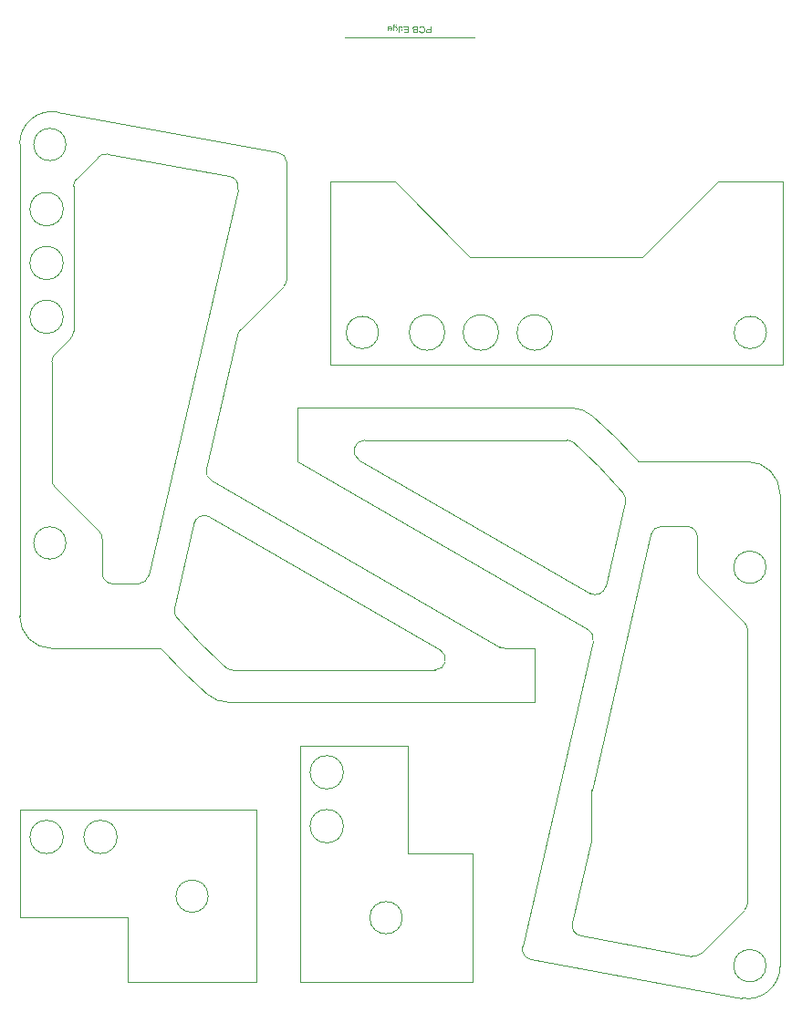
<source format=gm1>
G04*
G04 #@! TF.GenerationSoftware,Altium Limited,Altium Designer,18.1.7 (191)*
G04*
G04 Layer_Color=16711935*
%FSLAX43Y43*%
%MOMM*%
G71*
G01*
G75*
%ADD44C,0.100*%
%ADD45C,0.013*%
%ADD46C,0.010*%
G36*
X38332Y94763D02*
X38678D01*
Y94764D01*
Y94766D01*
X38678Y94770D01*
X38677Y94775D01*
X38676Y94782D01*
X38675Y94789D01*
X38674Y94797D01*
X38671Y94807D01*
X38666Y94825D01*
X38658Y94845D01*
X38653Y94854D01*
X38649Y94864D01*
X38642Y94872D01*
X38635Y94881D01*
X38635Y94881D01*
X38633Y94882D01*
X38631Y94884D01*
X38628Y94887D01*
X38624Y94890D01*
X38620Y94893D01*
X38615Y94897D01*
X38608Y94901D01*
X38595Y94908D01*
X38578Y94915D01*
X38569Y94917D01*
X38559Y94919D01*
X38549Y94920D01*
X38538Y94921D01*
X38534D01*
X38531Y94920D01*
X38523Y94920D01*
X38513Y94918D01*
X38502Y94915D01*
X38489Y94911D01*
X38477Y94906D01*
X38465Y94899D01*
X38464D01*
X38463Y94897D01*
X38460Y94895D01*
X38454Y94889D01*
X38447Y94881D01*
X38440Y94871D01*
X38432Y94858D01*
X38423Y94843D01*
X38416Y94825D01*
X38334Y94836D01*
Y94836D01*
X38335Y94839D01*
X38337Y94843D01*
X38339Y94847D01*
X38341Y94854D01*
X38343Y94861D01*
X38347Y94868D01*
X38350Y94877D01*
X38360Y94894D01*
X38373Y94913D01*
X38380Y94922D01*
X38388Y94931D01*
X38396Y94939D01*
X38406Y94947D01*
X38407Y94947D01*
X38408Y94948D01*
X38411Y94950D01*
X38415Y94953D01*
X38420Y94956D01*
X38427Y94959D01*
X38434Y94963D01*
X38442Y94966D01*
X38451Y94969D01*
X38461Y94973D01*
X38472Y94976D01*
X38484Y94979D01*
X38496Y94982D01*
X38509Y94984D01*
X38524Y94985D01*
X38538Y94985D01*
X38542D01*
X38548Y94985D01*
X38555D01*
X38564Y94983D01*
X38574Y94982D01*
X38585Y94980D01*
X38597Y94978D01*
X38609Y94974D01*
X38622Y94970D01*
X38636Y94965D01*
X38649Y94959D01*
X38663Y94952D01*
X38676Y94944D01*
X38688Y94934D01*
X38700Y94923D01*
X38701Y94922D01*
X38703Y94920D01*
X38705Y94917D01*
X38709Y94911D01*
X38714Y94905D01*
X38719Y94897D01*
X38724Y94888D01*
X38729Y94878D01*
X38735Y94866D01*
X38740Y94853D01*
X38745Y94838D01*
X38750Y94822D01*
X38753Y94806D01*
X38756Y94788D01*
X38758Y94768D01*
X38759Y94748D01*
Y94746D01*
Y94743D01*
X38758Y94736D01*
Y94728D01*
X38757Y94718D01*
X38755Y94707D01*
X38754Y94694D01*
X38751Y94681D01*
X38748Y94666D01*
X38744Y94652D01*
X38739Y94637D01*
X38734Y94621D01*
X38727Y94607D01*
X38719Y94592D01*
X38710Y94578D01*
X38699Y94566D01*
X38699Y94565D01*
X38696Y94563D01*
X38693Y94560D01*
X38688Y94555D01*
X38683Y94551D01*
X38675Y94545D01*
X38667Y94540D01*
X38657Y94533D01*
X38647Y94527D01*
X38635Y94521D01*
X38622Y94516D01*
X38608Y94511D01*
X38592Y94507D01*
X38577Y94503D01*
X38560Y94501D01*
X38542Y94501D01*
X38538D01*
X38533Y94501D01*
X38527D01*
X38519Y94503D01*
X38510Y94504D01*
X38500Y94506D01*
X38488Y94508D01*
X38477Y94512D01*
X38465Y94516D01*
X38452Y94521D01*
X38439Y94528D01*
X38427Y94535D01*
X38414Y94544D01*
X38402Y94553D01*
X38391Y94564D01*
X38390Y94565D01*
X38388Y94567D01*
X38385Y94571D01*
X38382Y94576D01*
X38377Y94583D01*
X38372Y94590D01*
X38366Y94600D01*
X38361Y94610D01*
X38356Y94622D01*
X38350Y94635D01*
X38346Y94650D01*
X38341Y94666D01*
X38337Y94683D01*
X38334Y94702D01*
X38332Y94721D01*
X38332Y94742D01*
Y94743D01*
Y94747D01*
Y94754D01*
X38332Y94763D01*
D02*
G37*
G36*
X38852Y94938D02*
X38853Y94949D01*
X38854Y94960D01*
X38855Y94972D01*
X38857Y94996D01*
X38861Y95022D01*
X38864Y95034D01*
X38866Y95046D01*
X38870Y95056D01*
X38874Y95065D01*
Y95066D01*
X38875Y95067D01*
X38876Y95069D01*
X38878Y95073D01*
X38884Y95081D01*
X38891Y95091D01*
X38901Y95103D01*
X38913Y95114D01*
X38927Y95126D01*
X38944Y95137D01*
X38945D01*
X38946Y95138D01*
X38949Y95139D01*
X38952Y95141D01*
X38957Y95143D01*
X38963Y95145D01*
X38969Y95147D01*
X38977Y95150D01*
X38985Y95153D01*
X38994Y95155D01*
X39003Y95157D01*
X39013Y95159D01*
X39036Y95162D01*
X39061Y95163D01*
X39069D01*
X39075Y95162D01*
X39082Y95162D01*
X39090Y95161D01*
X39099Y95159D01*
X39109Y95158D01*
X39131Y95154D01*
X39153Y95147D01*
X39164Y95143D01*
X39175Y95138D01*
X39186Y95132D01*
X39196Y95125D01*
X39196Y95125D01*
X39198Y95123D01*
X39201Y95121D01*
X39203Y95119D01*
X39207Y95114D01*
X39212Y95110D01*
X39216Y95104D01*
X39221Y95097D01*
X39226Y95090D01*
X39230Y95082D01*
X39234Y95072D01*
X39237Y95062D01*
X39241Y95051D01*
X39243Y95039D01*
X39244Y95027D01*
Y95013D01*
X39168Y95024D01*
Y95024D01*
Y95025D01*
X39167Y95029D01*
X39165Y95035D01*
X39163Y95043D01*
X39160Y95052D01*
X39155Y95060D01*
X39149Y95069D01*
X39142Y95076D01*
X39140Y95076D01*
X39136Y95079D01*
X39130Y95082D01*
X39121Y95087D01*
X39109Y95091D01*
X39096Y95094D01*
X39080Y95097D01*
X39062Y95098D01*
X39056D01*
X39053Y95097D01*
X39048D01*
X39043Y95096D01*
X39031Y95095D01*
X39017Y95092D01*
X39004Y95088D01*
X38990Y95083D01*
X38978Y95076D01*
X38977D01*
X38977Y95075D01*
X38973Y95071D01*
X38968Y95067D01*
X38961Y95060D01*
X38955Y95051D01*
X38948Y95041D01*
X38942Y95028D01*
X38937Y95015D01*
Y95013D01*
X38936Y95012D01*
Y95010D01*
X38936Y95007D01*
X38935Y95003D01*
Y94999D01*
X38934Y94993D01*
X38934Y94987D01*
X38933Y94980D01*
Y94972D01*
X38932Y94963D01*
Y94952D01*
X38931Y94941D01*
Y94929D01*
Y94915D01*
X38932Y94915D01*
X38934Y94917D01*
X38937Y94920D01*
X38941Y94924D01*
X38946Y94929D01*
X38952Y94933D01*
X38959Y94939D01*
X38967Y94944D01*
X38976Y94951D01*
X38986Y94956D01*
X38996Y94961D01*
X39008Y94965D01*
X39020Y94969D01*
X39032Y94972D01*
X39046Y94974D01*
X39060Y94975D01*
X39064D01*
X39069Y94974D01*
X39076Y94974D01*
X39083Y94973D01*
X39093Y94972D01*
X39103Y94969D01*
X39114Y94967D01*
X39126Y94963D01*
X39138Y94958D01*
X39151Y94953D01*
X39162Y94946D01*
X39175Y94938D01*
X39187Y94929D01*
X39198Y94918D01*
X39208Y94906D01*
X39209Y94906D01*
X39210Y94903D01*
X39213Y94899D01*
X39216Y94894D01*
X39220Y94888D01*
X39225Y94879D01*
X39229Y94870D01*
X39234Y94860D01*
X39239Y94848D01*
X39244Y94836D01*
X39248Y94822D01*
X39252Y94807D01*
X39255Y94792D01*
X39258Y94775D01*
X39259Y94759D01*
X39260Y94741D01*
Y94740D01*
Y94738D01*
Y94734D01*
X39259Y94730D01*
Y94723D01*
X39259Y94717D01*
X39258Y94709D01*
X39257Y94700D01*
X39255Y94682D01*
X39250Y94662D01*
X39244Y94640D01*
X39237Y94619D01*
Y94618D01*
X39235Y94616D01*
X39234Y94613D01*
X39232Y94610D01*
X39230Y94605D01*
X39226Y94599D01*
X39219Y94587D01*
X39209Y94573D01*
X39197Y94558D01*
X39183Y94544D01*
X39167Y94532D01*
X39166Y94531D01*
X39164Y94531D01*
X39162Y94529D01*
X39158Y94527D01*
X39154Y94525D01*
X39149Y94522D01*
X39143Y94519D01*
X39136Y94516D01*
X39128Y94513D01*
X39120Y94510D01*
X39102Y94506D01*
X39082Y94502D01*
X39071Y94501D01*
X39056D01*
X39051Y94501D01*
X39046D01*
X39039Y94503D01*
X39031Y94504D01*
X39022Y94506D01*
X39012Y94509D01*
X39002Y94512D01*
X38990Y94517D01*
X38979Y94522D01*
X38968Y94529D01*
X38956Y94537D01*
X38945Y94546D01*
X38934Y94556D01*
X38924Y94568D01*
Y94511D01*
X38852D01*
Y94912D01*
Y94913D01*
Y94917D01*
Y94922D01*
Y94929D01*
X38852Y94938D01*
D02*
G37*
G36*
X39427Y94975D02*
Y94917D01*
X39427Y94917D01*
X39429Y94920D01*
X39431Y94923D01*
X39435Y94927D01*
X39440Y94933D01*
X39445Y94938D01*
X39452Y94944D01*
X39459Y94951D01*
X39468Y94958D01*
X39478Y94964D01*
X39488Y94969D01*
X39500Y94974D01*
X39513Y94979D01*
X39526Y94983D01*
X39541Y94985D01*
X39557Y94985D01*
X39563D01*
X39567Y94985D01*
X39572D01*
X39577Y94984D01*
X39583Y94983D01*
X39590Y94981D01*
X39606Y94978D01*
X39624Y94972D01*
X39641Y94965D01*
X39650Y94960D01*
X39659Y94955D01*
X39660Y94954D01*
X39661Y94953D01*
X39663Y94951D01*
X39667Y94949D01*
X39671Y94946D01*
X39675Y94942D01*
X39685Y94933D01*
X39697Y94921D01*
X39709Y94906D01*
X39721Y94889D01*
X39731Y94870D01*
Y94869D01*
X39732Y94867D01*
X39733Y94864D01*
X39735Y94860D01*
X39737Y94855D01*
X39739Y94849D01*
X39741Y94841D01*
X39743Y94834D01*
X39746Y94825D01*
X39748Y94815D01*
X39750Y94804D01*
X39752Y94793D01*
X39755Y94770D01*
X39756Y94744D01*
Y94743D01*
Y94741D01*
Y94737D01*
X39755Y94732D01*
Y94726D01*
X39755Y94719D01*
X39754Y94711D01*
X39753Y94702D01*
X39750Y94682D01*
X39746Y94662D01*
X39741Y94639D01*
X39733Y94618D01*
Y94617D01*
X39732Y94615D01*
X39730Y94612D01*
X39729Y94608D01*
X39726Y94604D01*
X39723Y94598D01*
X39716Y94586D01*
X39706Y94571D01*
X39694Y94558D01*
X39680Y94544D01*
X39664Y94531D01*
X39663Y94531D01*
X39662Y94530D01*
X39659Y94528D01*
X39655Y94526D01*
X39651Y94524D01*
X39646Y94521D01*
X39640Y94519D01*
X39633Y94516D01*
X39618Y94510D01*
X39601Y94506D01*
X39581Y94502D01*
X39571Y94501D01*
X39554D01*
X39545Y94501D01*
X39535Y94503D01*
X39524Y94505D01*
X39511Y94508D01*
X39498Y94512D01*
X39486Y94519D01*
X39485D01*
X39484Y94519D01*
X39480Y94522D01*
X39474Y94526D01*
X39467Y94531D01*
X39458Y94538D01*
X39449Y94546D01*
X39440Y94555D01*
X39432Y94565D01*
Y94335D01*
X39354D01*
Y94975D01*
X39427D01*
D02*
G37*
G36*
X40311D02*
Y94335D01*
X39848D01*
Y94411D01*
X40227D01*
Y94606D01*
X39872D01*
Y94682D01*
X40227D01*
Y94899D01*
X39834D01*
Y94975D01*
X40311D01*
D02*
G37*
G36*
X40679Y94802D02*
Y94806D01*
X40680Y94817D01*
X40683Y94830D01*
X40687Y94844D01*
X40691Y94859D01*
X40698Y94874D01*
Y94874D01*
X40698Y94875D01*
X40700Y94877D01*
X40701Y94880D01*
X40705Y94887D01*
X40711Y94895D01*
X40717Y94905D01*
X40725Y94915D01*
X40734Y94924D01*
X40745Y94933D01*
X40746Y94934D01*
X40750Y94937D01*
X40756Y94940D01*
X40764Y94945D01*
X40774Y94950D01*
X40786Y94956D01*
X40800Y94960D01*
X40815Y94965D01*
X40816D01*
X40817Y94965D01*
X40819D01*
X40822Y94966D01*
X40827Y94967D01*
X40831Y94968D01*
X40837Y94969D01*
X40843Y94969D01*
X40850Y94971D01*
X40859Y94972D01*
X40876Y94974D01*
X40896Y94974D01*
X40918Y94975D01*
X41162D01*
Y94335D01*
X40910D01*
X40904Y94336D01*
X40896D01*
X40888Y94336D01*
X40879Y94338D01*
X40861Y94340D01*
X40841Y94343D01*
X40822Y94348D01*
X40804Y94355D01*
X40804D01*
X40802Y94356D01*
X40800Y94357D01*
X40797Y94359D01*
X40789Y94363D01*
X40779Y94370D01*
X40768Y94378D01*
X40757Y94388D01*
X40745Y94401D01*
X40735Y94415D01*
Y94415D01*
X40734Y94417D01*
X40733Y94419D01*
X40731Y94422D01*
X40729Y94425D01*
X40727Y94430D01*
X40722Y94440D01*
X40718Y94453D01*
X40714Y94467D01*
X40711Y94483D01*
X40709Y94499D01*
Y94500D01*
Y94501D01*
Y94503D01*
Y94506D01*
X40711Y94514D01*
X40712Y94524D01*
X40715Y94536D01*
X40719Y94549D01*
X40725Y94562D01*
X40732Y94576D01*
Y94577D01*
X40733Y94578D01*
X40734Y94580D01*
X40736Y94583D01*
X40741Y94589D01*
X40749Y94597D01*
X40758Y94606D01*
X40770Y94616D01*
X40783Y94626D01*
X40799Y94635D01*
X40798D01*
X40796Y94635D01*
X40793Y94637D01*
X40789Y94638D01*
X40784Y94640D01*
X40779Y94642D01*
X40766Y94648D01*
X40752Y94656D01*
X40737Y94666D01*
X40723Y94678D01*
X40710Y94693D01*
X40709Y94693D01*
X40709Y94695D01*
X40707Y94697D01*
X40705Y94700D01*
X40702Y94704D01*
X40700Y94709D01*
X40697Y94714D01*
X40694Y94721D01*
X40689Y94734D01*
X40683Y94751D01*
X40680Y94770D01*
X40678Y94779D01*
Y94790D01*
Y94791D01*
Y94792D01*
Y94794D01*
Y94797D01*
X40679Y94802D01*
D02*
G37*
G36*
X41263Y94777D02*
X41265Y94782D01*
X41268Y94789D01*
X41270Y94797D01*
X41275Y94808D01*
X41279Y94819D01*
X41284Y94831D01*
X41291Y94844D01*
X41297Y94856D01*
X41305Y94870D01*
X41314Y94883D01*
X41324Y94896D01*
X41334Y94908D01*
X41346Y94920D01*
X41358Y94931D01*
X41359Y94932D01*
X41362Y94933D01*
X41365Y94936D01*
X41371Y94940D01*
X41377Y94944D01*
X41386Y94949D01*
X41395Y94953D01*
X41406Y94958D01*
X41417Y94963D01*
X41430Y94968D01*
X41444Y94973D01*
X41459Y94977D01*
X41475Y94981D01*
X41492Y94983D01*
X41509Y94985D01*
X41528Y94985D01*
X41537D01*
X41545Y94985D01*
X41553Y94984D01*
X41564Y94983D01*
X41575Y94982D01*
X41587Y94980D01*
X41600Y94978D01*
X41614Y94975D01*
X41628Y94972D01*
X41642Y94968D01*
X41657Y94963D01*
X41671Y94958D01*
X41684Y94951D01*
X41696Y94944D01*
X41697Y94943D01*
X41699Y94942D01*
X41702Y94940D01*
X41707Y94936D01*
X41712Y94931D01*
X41718Y94926D01*
X41725Y94920D01*
X41733Y94913D01*
X41741Y94904D01*
X41749Y94895D01*
X41757Y94886D01*
X41765Y94874D01*
X41773Y94863D01*
X41781Y94850D01*
X41788Y94836D01*
X41795Y94822D01*
X41795Y94821D01*
X41796Y94818D01*
X41797Y94813D01*
X41799Y94808D01*
X41802Y94800D01*
X41805Y94792D01*
X41808Y94782D01*
X41811Y94770D01*
X41814Y94758D01*
X41818Y94745D01*
X41820Y94731D01*
X41822Y94716D01*
X41827Y94684D01*
X41827Y94667D01*
X41828Y94650D01*
Y94649D01*
Y94646D01*
Y94641D01*
X41827Y94634D01*
X41827Y94625D01*
X41826Y94614D01*
X41824Y94603D01*
X41823Y94591D01*
X41821Y94578D01*
X41819Y94564D01*
X41812Y94534D01*
X41807Y94519D01*
X41802Y94505D01*
X41797Y94490D01*
X41790Y94476D01*
X41789Y94475D01*
X41788Y94472D01*
X41786Y94469D01*
X41783Y94463D01*
X41779Y94457D01*
X41774Y94450D01*
X41768Y94442D01*
X41762Y94433D01*
X41754Y94425D01*
X41747Y94415D01*
X41738Y94406D01*
X41728Y94397D01*
X41718Y94388D01*
X41707Y94379D01*
X41694Y94370D01*
X41682Y94363D01*
X41681Y94362D01*
X41678Y94361D01*
X41675Y94359D01*
X41669Y94356D01*
X41663Y94354D01*
X41655Y94350D01*
X41646Y94347D01*
X41636Y94343D01*
X41625Y94340D01*
X41612Y94336D01*
X41600Y94333D01*
X41586Y94330D01*
X41557Y94325D01*
X41542Y94325D01*
X41526Y94324D01*
X41517D01*
X41510Y94325D01*
X41502Y94325D01*
X41492Y94327D01*
X41482Y94328D01*
X41470Y94330D01*
X41458Y94333D01*
X41444Y94336D01*
X41431Y94340D01*
X41417Y94345D01*
X41404Y94350D01*
X41390Y94357D01*
X41377Y94364D01*
X41365Y94373D01*
X41364Y94374D01*
X41362Y94375D01*
X41358Y94378D01*
X41354Y94382D01*
X41349Y94387D01*
X41343Y94393D01*
X41336Y94400D01*
X41329Y94408D01*
X41321Y94417D01*
X41313Y94428D01*
X41306Y94439D01*
X41299Y94451D01*
X41291Y94465D01*
X41285Y94479D01*
X41279Y94494D01*
X41273Y94510D01*
X41356Y94530D01*
Y94529D01*
X41358Y94527D01*
X41358Y94523D01*
X41361Y94518D01*
X41363Y94512D01*
X41366Y94506D01*
X41373Y94491D01*
X41382Y94474D01*
X41394Y94457D01*
X41406Y94441D01*
X41414Y94434D01*
X41422Y94428D01*
X41422Y94427D01*
X41424Y94426D01*
X41426Y94425D01*
X41429Y94423D01*
X41433Y94420D01*
X41438Y94417D01*
X41444Y94415D01*
X41451Y94412D01*
X41458Y94409D01*
X41466Y94406D01*
X41484Y94401D01*
X41505Y94397D01*
X41516Y94396D01*
X41535D01*
X41540Y94397D01*
X41546Y94397D01*
X41554Y94398D01*
X41562Y94399D01*
X41571Y94400D01*
X41591Y94405D01*
X41612Y94411D01*
X41622Y94415D01*
X41632Y94420D01*
X41642Y94426D01*
X41652Y94432D01*
X41652Y94433D01*
X41654Y94433D01*
X41657Y94436D01*
X41660Y94438D01*
X41664Y94442D01*
X41668Y94447D01*
X41673Y94451D01*
X41679Y94457D01*
X41684Y94464D01*
X41691Y94471D01*
X41702Y94487D01*
X41712Y94506D01*
X41721Y94527D01*
Y94528D01*
X41722Y94530D01*
X41723Y94533D01*
X41724Y94537D01*
X41725Y94543D01*
X41727Y94549D01*
X41729Y94557D01*
X41731Y94564D01*
X41733Y94574D01*
X41734Y94583D01*
X41738Y94604D01*
X41740Y94626D01*
X41741Y94650D01*
Y94650D01*
Y94653D01*
Y94657D01*
X41740Y94664D01*
Y94671D01*
X41739Y94679D01*
X41738Y94688D01*
X41738Y94698D01*
X41736Y94709D01*
X41735Y94721D01*
X41731Y94745D01*
X41725Y94769D01*
X41717Y94793D01*
Y94793D01*
X41716Y94795D01*
X41714Y94798D01*
X41713Y94802D01*
X41710Y94808D01*
X41707Y94813D01*
X41699Y94827D01*
X41689Y94842D01*
X41676Y94856D01*
X41661Y94871D01*
X41652Y94877D01*
X41643Y94883D01*
X41643D01*
X41641Y94885D01*
X41639Y94886D01*
X41634Y94888D01*
X41630Y94890D01*
X41624Y94893D01*
X41618Y94895D01*
X41611Y94898D01*
X41595Y94904D01*
X41576Y94908D01*
X41556Y94912D01*
X41546Y94913D01*
X41535Y94913D01*
X41528D01*
X41523Y94913D01*
X41517Y94912D01*
X41510Y94911D01*
X41501Y94910D01*
X41493Y94908D01*
X41474Y94904D01*
X41464Y94900D01*
X41453Y94896D01*
X41443Y94891D01*
X41433Y94886D01*
X41424Y94879D01*
X41414Y94872D01*
X41413Y94872D01*
X41412Y94870D01*
X41409Y94868D01*
X41406Y94865D01*
X41402Y94861D01*
X41397Y94855D01*
X41392Y94849D01*
X41387Y94842D01*
X41381Y94834D01*
X41376Y94825D01*
X41370Y94815D01*
X41365Y94804D01*
X41360Y94792D01*
X41355Y94779D01*
X41350Y94765D01*
X41347Y94750D01*
X41262Y94772D01*
Y94773D01*
X41263Y94777D01*
D02*
G37*
G36*
X41912Y94535D02*
X41913Y94542D01*
X41914Y94549D01*
X41915Y94558D01*
X41917Y94569D01*
X41920Y94579D01*
X41924Y94590D01*
X41928Y94601D01*
X41933Y94613D01*
X41939Y94625D01*
X41946Y94637D01*
X41954Y94648D01*
X41963Y94659D01*
X41964Y94659D01*
X41966Y94661D01*
X41969Y94664D01*
X41974Y94668D01*
X41979Y94672D01*
X41987Y94677D01*
X41996Y94682D01*
X42006Y94687D01*
X42019Y94692D01*
X42032Y94697D01*
X42048Y94702D01*
X42064Y94706D01*
X42084Y94709D01*
X42105Y94712D01*
X42127Y94714D01*
X42152Y94715D01*
X42315D01*
Y94975D01*
X42400D01*
Y94335D01*
X42136D01*
X42123Y94336D01*
X42107Y94336D01*
X42091Y94338D01*
X42075Y94339D01*
X42068Y94340D01*
X42062Y94341D01*
X42061D01*
X42060Y94342D01*
X42057D01*
X42054Y94343D01*
X42050Y94344D01*
X42045Y94345D01*
X42034Y94348D01*
X42021Y94352D01*
X42008Y94358D01*
X41995Y94364D01*
X41983Y94372D01*
X41982D01*
X41981Y94372D01*
X41977Y94376D01*
X41971Y94381D01*
X41964Y94388D01*
X41956Y94396D01*
X41947Y94407D01*
X41939Y94419D01*
X41931Y94433D01*
Y94434D01*
X41931Y94436D01*
X41929Y94438D01*
X41928Y94440D01*
X41926Y94444D01*
X41925Y94449D01*
X41921Y94459D01*
X41917Y94472D01*
X41914Y94487D01*
X41912Y94503D01*
X41911Y94521D01*
Y94521D01*
Y94524D01*
Y94528D01*
X41912Y94535D01*
D02*
G37*
%LPC*%
G36*
X38415Y94698D02*
Y94698D01*
Y94696D01*
X38416Y94693D01*
X38416Y94689D01*
X38417Y94684D01*
X38418Y94678D01*
X38420Y94666D01*
X38425Y94651D01*
X38429Y94637D01*
X38436Y94623D01*
X38445Y94611D01*
X38445Y94610D01*
X38446Y94609D01*
X38449Y94607D01*
X38452Y94604D01*
X38455Y94601D01*
X38460Y94596D01*
X38466Y94592D01*
X38471Y94588D01*
X38478Y94584D01*
X38486Y94580D01*
X38502Y94572D01*
X38511Y94569D01*
X38521Y94567D01*
X38531Y94566D01*
X38542Y94565D01*
X38548D01*
X38552Y94566D01*
X38556Y94567D01*
X38561Y94567D01*
X38574Y94570D01*
X38588Y94574D01*
X38604Y94580D01*
X38612Y94585D01*
X38619Y94589D01*
X38627Y94596D01*
X38634Y94602D01*
X38635Y94603D01*
X38635Y94603D01*
X38637Y94605D01*
X38640Y94608D01*
X38642Y94612D01*
X38646Y94617D01*
X38649Y94621D01*
X38653Y94628D01*
X38656Y94634D01*
X38660Y94641D01*
X38667Y94658D01*
X38671Y94677D01*
X38673Y94687D01*
X38674Y94698D01*
X38415D01*
D02*
G37*
G36*
X38925Y94738D02*
Y94737D01*
Y94734D01*
Y94730D01*
X38926Y94724D01*
X38927Y94717D01*
X38927Y94709D01*
X38929Y94700D01*
X38930Y94690D01*
X38934Y94669D01*
X38941Y94648D01*
X38945Y94637D01*
X38951Y94628D01*
X38956Y94618D01*
X38963Y94610D01*
X38964Y94609D01*
X38965Y94607D01*
X38967Y94605D01*
X38970Y94603D01*
X38974Y94599D01*
X38978Y94596D01*
X38989Y94587D01*
X39002Y94580D01*
X39017Y94573D01*
X39026Y94570D01*
X39035Y94568D01*
X39045Y94567D01*
X39054Y94566D01*
X39059D01*
X39063Y94567D01*
X39067Y94567D01*
X39073Y94568D01*
X39085Y94571D01*
X39099Y94576D01*
X39107Y94580D01*
X39114Y94584D01*
X39121Y94589D01*
X39129Y94595D01*
X39137Y94601D01*
X39144Y94609D01*
X39144Y94610D01*
X39145Y94611D01*
X39147Y94613D01*
X39149Y94617D01*
X39152Y94621D01*
X39155Y94627D01*
X39158Y94633D01*
X39162Y94641D01*
X39165Y94649D01*
X39169Y94658D01*
X39171Y94669D01*
X39174Y94680D01*
X39176Y94692D01*
X39178Y94705D01*
X39179Y94720D01*
X39180Y94735D01*
Y94736D01*
Y94739D01*
Y94744D01*
X39179Y94750D01*
X39178Y94757D01*
X39178Y94766D01*
X39177Y94776D01*
X39175Y94786D01*
X39171Y94808D01*
X39164Y94830D01*
X39160Y94840D01*
X39155Y94850D01*
X39150Y94860D01*
X39144Y94868D01*
X39143Y94869D01*
X39142Y94870D01*
X39140Y94872D01*
X39137Y94874D01*
X39133Y94878D01*
X39129Y94881D01*
X39119Y94889D01*
X39106Y94897D01*
X39090Y94904D01*
X39081Y94906D01*
X39072Y94908D01*
X39063Y94909D01*
X39053Y94910D01*
X39047D01*
X39044Y94909D01*
X39039Y94908D01*
X39033Y94908D01*
X39021Y94904D01*
X39007Y94899D01*
X38999Y94896D01*
X38992Y94892D01*
X38984Y94888D01*
X38977Y94882D01*
X38969Y94876D01*
X38962Y94868D01*
X38961Y94868D01*
X38961Y94866D01*
X38959Y94864D01*
X38956Y94861D01*
X38954Y94856D01*
X38950Y94850D01*
X38947Y94844D01*
X38943Y94836D01*
X38941Y94828D01*
X38937Y94818D01*
X38934Y94807D01*
X38931Y94795D01*
X38929Y94783D01*
X38927Y94769D01*
X38926Y94754D01*
X38925Y94738D01*
D02*
G37*
G36*
X39425Y94750D02*
Y94749D01*
Y94746D01*
Y94741D01*
X39425Y94735D01*
X39426Y94727D01*
X39427Y94718D01*
X39427Y94708D01*
X39429Y94697D01*
X39434Y94675D01*
X39440Y94651D01*
X39445Y94640D01*
X39449Y94630D01*
X39455Y94620D01*
X39462Y94611D01*
X39463Y94610D01*
X39463Y94609D01*
X39465Y94607D01*
X39468Y94604D01*
X39472Y94601D01*
X39477Y94596D01*
X39487Y94588D01*
X39500Y94580D01*
X39516Y94573D01*
X39524Y94570D01*
X39533Y94568D01*
X39543Y94567D01*
X39553Y94566D01*
X39558D01*
X39562Y94567D01*
X39566Y94567D01*
X39572Y94568D01*
X39583Y94571D01*
X39597Y94576D01*
X39605Y94580D01*
X39612Y94584D01*
X39619Y94589D01*
X39627Y94595D01*
X39634Y94601D01*
X39641Y94609D01*
X39642Y94610D01*
X39642Y94611D01*
X39644Y94614D01*
X39646Y94617D01*
X39649Y94621D01*
X39652Y94628D01*
X39655Y94634D01*
X39658Y94642D01*
X39662Y94650D01*
X39664Y94661D01*
X39667Y94672D01*
X39670Y94684D01*
X39672Y94698D01*
X39674Y94712D01*
X39675Y94727D01*
X39676Y94744D01*
Y94745D01*
Y94748D01*
Y94752D01*
X39675Y94759D01*
X39674Y94766D01*
X39673Y94775D01*
X39672Y94784D01*
X39671Y94794D01*
X39667Y94816D01*
X39660Y94838D01*
X39655Y94848D01*
X39651Y94858D01*
X39644Y94868D01*
X39638Y94877D01*
X39637Y94878D01*
X39637Y94879D01*
X39634Y94881D01*
X39631Y94884D01*
X39628Y94888D01*
X39624Y94891D01*
X39613Y94899D01*
X39600Y94907D01*
X39585Y94914D01*
X39576Y94917D01*
X39568Y94919D01*
X39559Y94920D01*
X39549Y94921D01*
X39544D01*
X39540Y94920D01*
X39536Y94920D01*
X39531Y94919D01*
X39519Y94915D01*
X39505Y94911D01*
X39497Y94907D01*
X39490Y94904D01*
X39483Y94899D01*
X39475Y94893D01*
X39468Y94887D01*
X39461Y94879D01*
X39461Y94879D01*
X39460Y94877D01*
X39458Y94875D01*
X39456Y94871D01*
X39453Y94867D01*
X39449Y94861D01*
X39446Y94855D01*
X39443Y94847D01*
X39440Y94839D01*
X39436Y94829D01*
X39433Y94818D01*
X39430Y94807D01*
X39428Y94795D01*
X39426Y94781D01*
X39425Y94766D01*
X39425Y94750D01*
D02*
G37*
G36*
X40766Y94790D02*
Y94789D01*
Y94788D01*
Y94786D01*
Y94784D01*
X40766Y94777D01*
X40768Y94768D01*
X40770Y94759D01*
X40773Y94748D01*
X40778Y94738D01*
X40784Y94727D01*
X40785Y94726D01*
X40788Y94723D01*
X40792Y94718D01*
X40798Y94713D01*
X40805Y94707D01*
X40814Y94701D01*
X40824Y94696D01*
X40836Y94691D01*
X40836D01*
X40837Y94690D01*
X40839Y94689D01*
X40842Y94689D01*
X40845Y94688D01*
X40849Y94687D01*
X40854Y94686D01*
X40859Y94685D01*
X40866Y94684D01*
X40873Y94683D01*
X40881Y94682D01*
X40889Y94681D01*
X40908Y94680D01*
X40929Y94680D01*
X41077D01*
Y94899D01*
X40904D01*
X40895Y94899D01*
X40886D01*
X40876Y94898D01*
X40867Y94897D01*
X40860Y94897D01*
X40859D01*
X40855Y94896D01*
X40849Y94895D01*
X40843Y94892D01*
X40835Y94890D01*
X40827Y94887D01*
X40819Y94883D01*
X40811Y94879D01*
X40811Y94879D01*
X40808Y94877D01*
X40804Y94874D01*
X40800Y94870D01*
X40795Y94865D01*
X40789Y94859D01*
X40784Y94852D01*
X40779Y94844D01*
X40778Y94843D01*
X40777Y94840D01*
X40775Y94835D01*
X40772Y94828D01*
X40770Y94820D01*
X40768Y94811D01*
X40766Y94801D01*
X40766Y94790D01*
D02*
G37*
G36*
X40793Y94509D02*
Y94508D01*
Y94508D01*
Y94503D01*
X40793Y94498D01*
X40795Y94490D01*
X40797Y94481D01*
X40800Y94472D01*
X40803Y94462D01*
X40809Y94453D01*
X40809Y94451D01*
X40811Y94449D01*
X40815Y94445D01*
X40820Y94440D01*
X40826Y94434D01*
X40834Y94429D01*
X40842Y94424D01*
X40852Y94420D01*
X40854Y94419D01*
X40855D01*
X40858Y94418D01*
X40861Y94417D01*
X40865Y94417D01*
X40870Y94416D01*
X40874Y94415D01*
X40881Y94414D01*
X40888Y94413D01*
X40896Y94413D01*
X40905Y94412D01*
X40915Y94411D01*
X40925D01*
X40937Y94411D01*
X41077D01*
Y94604D01*
X40925D01*
X40920Y94603D01*
X40908D01*
X40895Y94603D01*
X40881Y94601D01*
X40868Y94599D01*
X40863Y94598D01*
X40858Y94597D01*
X40857D01*
X40856Y94596D01*
X40852Y94595D01*
X40847Y94593D01*
X40840Y94589D01*
X40832Y94585D01*
X40824Y94580D01*
X40816Y94573D01*
X40809Y94565D01*
X40809Y94564D01*
X40807Y94561D01*
X40804Y94556D01*
X40801Y94550D01*
X40798Y94542D01*
X40795Y94532D01*
X40793Y94521D01*
X40793Y94509D01*
D02*
G37*
G36*
X41999Y94523D02*
Y94522D01*
Y94521D01*
Y94519D01*
Y94516D01*
X42000Y94508D01*
X42001Y94499D01*
X42003Y94488D01*
X42008Y94477D01*
X42012Y94465D01*
X42019Y94454D01*
X42020Y94453D01*
X42023Y94449D01*
X42028Y94445D01*
X42033Y94439D01*
X42041Y94433D01*
X42051Y94426D01*
X42061Y94421D01*
X42073Y94417D01*
X42073D01*
X42077Y94416D01*
X42082Y94415D01*
X42091Y94413D01*
X42096D01*
X42101Y94413D01*
X42108Y94412D01*
X42115Y94411D01*
X42123D01*
X42132Y94411D01*
X42315D01*
Y94639D01*
X42143D01*
X42137Y94639D01*
X42130D01*
X42123Y94638D01*
X42114Y94637D01*
X42105Y94635D01*
X42085Y94632D01*
X42066Y94626D01*
X42057Y94623D01*
X42048Y94619D01*
X42040Y94614D01*
X42033Y94609D01*
X42032Y94608D01*
X42032Y94607D01*
X42030Y94605D01*
X42028Y94603D01*
X42022Y94596D01*
X42016Y94587D01*
X42010Y94574D01*
X42004Y94560D01*
X42000Y94542D01*
X41999Y94533D01*
X41999Y94523D01*
D02*
G37*
%LPD*%
D44*
X43650Y66545D02*
G03*
X43650Y66545I-1650J0D01*
G01*
X37500D02*
G03*
X37500Y66545I-1500J0D01*
G01*
X48650D02*
G03*
X48650Y66545I-1650J0D01*
G01*
X53650D02*
G03*
X53650Y66545I-1650J0D01*
G01*
X73500D02*
G03*
X73500Y66545I-1500J0D01*
G01*
X55648Y56294D02*
G03*
X54985Y56545I-663J-749D01*
G01*
X60185Y51651D02*
G03*
X55648Y56294I-34227J-28906D01*
G01*
X60395Y50781D02*
G03*
X60185Y51651I-974J225D01*
G01*
X57117Y42328D02*
G03*
X58592Y42970I500J866D01*
G01*
X36226Y56545D02*
G03*
X35726Y54679I0J-1000D01*
G01*
X73458Y7745D02*
G03*
X73458Y7745I-1500J0D01*
G01*
X50869Y9521D02*
G03*
X51664Y8312I974J-225D01*
G01*
X71217Y4733D02*
G03*
X74758Y7684I540J2951D01*
G01*
Y51545D02*
G03*
X71758Y54545I-3000J0D01*
G01*
X61645D02*
G03*
X57331Y58808I-35688J-31800D01*
G01*
D02*
G03*
X55362Y59545I-1969J-2263D01*
G01*
X57415Y37875D02*
G03*
X56941Y38966I-974J225D01*
G01*
X57249Y19373D02*
G03*
X57275Y19598I-974J225D01*
G01*
X57300Y24041D02*
G03*
X57275Y23816I974J-225D01*
G01*
X63753Y48545D02*
G03*
X62779Y47770I0J-1000D01*
G01*
X67093Y47545D02*
G03*
X66093Y48545I-1000J0D01*
G01*
X67093Y44367D02*
G03*
X67386Y43660I1000J0D01*
G01*
X71758Y38874D02*
G03*
X71465Y39581I-1000J0D01*
G01*
Y12909D02*
G03*
X71758Y13616I-707J707D01*
G01*
X66577Y8632D02*
G03*
X67464Y8908I180J984D01*
G01*
X55484Y11726D02*
G03*
X56278Y10517I974J-225D01*
G01*
X73458Y44745D02*
G03*
X73458Y44745I-1500J0D01*
G01*
X7740Y87012D02*
G03*
X4200Y84061I-540J-2951D01*
G01*
X8250Y73000D02*
G03*
X8250Y73000I-1550J0D01*
G01*
Y78000D02*
G03*
X8250Y78000I-1550J0D01*
G01*
X8907Y65964D02*
G03*
X9200Y66672I-707J707D01*
G01*
X9493Y80836D02*
G03*
X9200Y80129I707J-707D01*
G01*
X12380Y83113D02*
G03*
X11493Y82836I-180J-984D01*
G01*
X24459Y79839D02*
G03*
X23664Y81047I-974J225D01*
G01*
X15205Y43200D02*
G03*
X16179Y43975I0J1000D01*
G01*
X11864Y44200D02*
G03*
X12864Y43200I1000J0D01*
G01*
X11864Y47378D02*
G03*
X11571Y48085I-1000J0D01*
G01*
X7200Y52871D02*
G03*
X7493Y52164I1000J0D01*
G01*
Y64550D02*
G03*
X7200Y63843I707J-707D01*
G01*
X29000Y82287D02*
G03*
X28180Y83271I-1000J0D01*
G01*
X4200Y40200D02*
G03*
X7200Y37200I3000J0D01*
G01*
X17312D02*
G03*
X21627Y32937I35688J31800D01*
G01*
D02*
G03*
X23596Y32200I1969J2263D01*
G01*
X48768Y37334D02*
G03*
X49268Y37200I500J866D01*
G01*
X21542Y53870D02*
G03*
X22017Y52779I974J-225D01*
G01*
X24685Y66805D02*
G03*
X24417Y66323I707J-707D01*
G01*
X28707Y70828D02*
G03*
X29000Y71535I-707J707D01*
G01*
X8500Y84000D02*
G03*
X8500Y84000I-1500J0D01*
G01*
X23310Y35451D02*
G03*
X23972Y35200I663J749D01*
G01*
X18773Y40094D02*
G03*
X23310Y35451I34227J28906D01*
G01*
X18563Y40964D02*
G03*
X18773Y40094I974J-225D01*
G01*
X21840Y49416D02*
G03*
X20366Y48775I-500J-866D01*
G01*
X42732Y35200D02*
G03*
X43232Y37066I0J1000D01*
G01*
X8500Y47000D02*
G03*
X8500Y47000I-1500J0D01*
G01*
X8250Y68000D02*
G03*
X8250Y68000I-1550J0D01*
G01*
Y19700D02*
G03*
X8250Y19700I-1550J0D01*
G01*
X13250D02*
G03*
X13250Y19700I-1550J0D01*
G01*
X21700Y14200D02*
G03*
X21700Y14200I-1500J0D01*
G01*
X34250Y20700D02*
G03*
X34250Y20700I-1550J0D01*
G01*
Y25700D02*
G03*
X34250Y25700I-1550J0D01*
G01*
X39700Y12200D02*
G03*
X39700Y12200I-1500J0D01*
G01*
X46000Y73545D02*
X62000D01*
X69000Y80545D02*
X75000D01*
X33000D02*
X39000D01*
X75000Y63545D02*
Y80545D01*
X33000Y63545D02*
Y80545D01*
Y63545D02*
X75000D01*
X62000Y73545D02*
X69000Y80545D01*
X39000D02*
X46000Y73545D01*
X36226Y56545D02*
X54985D01*
X58592Y42970D02*
X60395Y50781D01*
X35726Y54679D02*
X57117Y42328D01*
X50869Y9521D02*
X57415Y37875D01*
X51664Y8312D02*
X71217Y4733D01*
X74758Y7684D02*
Y51545D01*
X61645Y54545D02*
X71758D01*
X29958Y59545D02*
X55362D01*
X29958Y54545D02*
Y59545D01*
Y54545D02*
X56941Y38966D01*
X55484Y11726D02*
X57249Y19373D01*
X57275Y19598D02*
Y23816D01*
X57300Y24041D02*
X62779Y47770D01*
X63753Y48545D02*
X66093D01*
X67093Y44367D02*
Y47545D01*
X67386Y43660D02*
X71465Y39581D01*
X71758Y13616D02*
Y38874D01*
X67464Y8908D02*
X71465Y12909D01*
X56278Y10517D02*
X66577Y8632D01*
X7493Y64550D02*
X8907Y65964D01*
X9200Y66672D02*
Y80129D01*
X9493Y80836D02*
X11493Y82836D01*
X12380Y83113D02*
X23664Y81047D01*
X16179Y43975D02*
X24459Y79839D01*
X12864Y43200D02*
X15205D01*
X11864Y44200D02*
Y47378D01*
X7493Y52164D02*
X11571Y48085D01*
X7200Y52871D02*
Y63843D01*
X29000Y71535D02*
Y82287D01*
X7740Y87012D02*
X28180Y83271D01*
X4200Y40200D02*
Y84061D01*
X7200Y37200D02*
X17312D01*
X23596Y32200D02*
X52000D01*
Y37200D01*
X49268D02*
X52000D01*
X22017Y52779D02*
X48768Y37334D01*
X21542Y53870D02*
X24417Y66323D01*
X24685Y66805D02*
X28707Y70828D01*
X23972Y35200D02*
X42732D01*
X18563Y40964D02*
X20366Y48775D01*
X21840Y49416D02*
X43232Y37066D01*
X26200Y6200D02*
Y22200D01*
X4200D02*
X26200D01*
X4200Y12200D02*
Y22200D01*
Y12200D02*
X14200D01*
Y6200D02*
Y12200D01*
Y6200D02*
X26200D01*
X30200D02*
Y28200D01*
X40200D01*
X30200Y6200D02*
X46200D01*
Y18200D01*
X40200D02*
X46200D01*
X40200D02*
Y28200D01*
X46400Y93925D02*
X34400D01*
X55648Y56294D02*
G03*
X54985Y56545I-663J-749D01*
G01*
X60185Y51651D02*
G03*
X55648Y56294I-34227J-28906D01*
G01*
X60395Y50781D02*
G03*
X60185Y51651I-974J225D01*
G01*
X57117Y42328D02*
G03*
X58592Y42970I500J866D01*
G01*
X36226Y56545D02*
G03*
X35726Y54679I0J-1000D01*
G01*
X50869Y9521D02*
G03*
X51664Y8312I974J-225D01*
G01*
X71217Y4733D02*
G03*
X74758Y7684I540J2951D01*
G01*
Y51545D02*
G03*
X71758Y54545I-3000J0D01*
G01*
X61645Y54545D02*
G03*
X57331Y58808I-35688J-31800D01*
G01*
Y58808D02*
G03*
X55362Y59545I-1969J-2263D01*
G01*
X57415Y37875D02*
G03*
X56941Y38966I-974J225D01*
G01*
X57249Y19373D02*
G03*
X57275Y19598I-974J225D01*
G01*
X57300Y24041D02*
G03*
X57275Y23816I974J-225D01*
G01*
X63753Y48545D02*
G03*
X62779Y47770I0J-1000D01*
G01*
X67093Y47545D02*
G03*
X66093Y48545I-1000J0D01*
G01*
X67093Y44367D02*
G03*
X67386Y43660I1000J0D01*
G01*
X71758Y38874D02*
G03*
X71465Y39581I-1000J0D01*
G01*
Y12909D02*
G03*
X71758Y13616I-707J707D01*
G01*
X66577Y8632D02*
G03*
X67464Y8908I180J984D01*
G01*
X55484Y11726D02*
G03*
X56278Y10517I974J-225D01*
G01*
X54985Y56545D02*
X36226D01*
X60395Y50781D02*
X58592Y42970D01*
X57117Y42328D02*
X35726Y54679D01*
X57415Y37875D02*
X50869Y9521D01*
X71217Y4733D02*
X51664Y8312D01*
X74758Y51545D02*
Y7684D01*
X71758Y54545D02*
X61645D01*
X55362Y59545D02*
X29958D01*
Y54545D01*
X56941Y38966D02*
X29958Y54545D01*
X57249Y19373D02*
X55484Y11726D01*
X57275Y23816D02*
Y19598D01*
X62779Y47770D02*
X57300Y24041D01*
X66093Y48545D02*
X63753D01*
X67093Y47545D02*
Y44367D01*
X71465Y39581D02*
X67386Y43660D01*
X71758Y38874D02*
Y13616D01*
X71465Y12909D02*
X67464Y8908D01*
X66577Y8632D02*
X56278Y10517D01*
X8907Y65964D02*
G03*
X9200Y66672I-707J707D01*
G01*
X9493Y80836D02*
G03*
X9200Y80129I707J-707D01*
G01*
X12380Y83113D02*
G03*
X11493Y82836I-180J-984D01*
G01*
X24459Y79839D02*
G03*
X23664Y81047I-974J225D01*
G01*
X15205Y43200D02*
G03*
X16179Y43975I0J1000D01*
G01*
X11864Y44200D02*
G03*
X12864Y43200I1000J0D01*
G01*
X11864Y47378D02*
G03*
X11571Y48085I-1000J0D01*
G01*
X7200Y52871D02*
G03*
X7493Y52164I1000J0D01*
G01*
Y64550D02*
G03*
X7200Y63843I707J-707D01*
G01*
X29000Y82287D02*
G03*
X28180Y83271I-1000J0D01*
G01*
X7740Y87012D02*
G03*
X4200Y84061I-540J-2951D01*
G01*
Y40200D02*
G03*
X7200Y37200I3000J0D01*
G01*
X17312Y37200D02*
G03*
X21627Y32937I35688J31800D01*
G01*
Y32937D02*
G03*
X23596Y32200I1969J2263D01*
G01*
X48768Y37334D02*
G03*
X49268Y37200I500J866D01*
G01*
X21542Y53870D02*
G03*
X22017Y52779I974J-225D01*
G01*
X24685Y66805D02*
G03*
X24417Y66323I707J-707D01*
G01*
X28707Y70828D02*
G03*
X29000Y71535I-707J707D01*
G01*
X23310Y35451D02*
G03*
X23972Y35200I663J749D01*
G01*
X18773Y40094D02*
G03*
X23310Y35451I34227J28906D01*
G01*
X18563Y40964D02*
G03*
X18773Y40094I974J-225D01*
G01*
X21840Y49416D02*
G03*
X20366Y48775I-500J-866D01*
G01*
X42732Y35200D02*
G03*
X43232Y37066I0J1000D01*
G01*
X7493Y64550D02*
X8907Y65964D01*
X9200Y66672D02*
Y80129D01*
X9493Y80836D02*
X11493Y82836D01*
X12380Y83113D02*
X23664Y81047D01*
X16179Y43975D02*
X24459Y79839D01*
X12864Y43200D02*
X15205D01*
X11864Y44200D02*
Y47378D01*
X7493Y52164D02*
X11571Y48085D01*
X7200Y52871D02*
Y63843D01*
X29000Y71535D02*
Y82287D01*
X7740Y87012D02*
X28180Y83271D01*
X4200Y40200D02*
Y84061D01*
X7200Y37200D02*
X17312D01*
X23596Y32200D02*
X52000D01*
Y37200D01*
X49268D02*
X52000D01*
X22017Y52779D02*
X48768Y37334D01*
X21542Y53870D02*
X24417Y66323D01*
X24685Y66805D02*
X28707Y70828D01*
X23972Y35200D02*
X42732D01*
X18563Y40964D02*
X20366Y48775D01*
X21840Y49416D02*
X43232Y37066D01*
X30200Y28200D02*
Y6200D01*
X46200D01*
Y18200D02*
Y6200D01*
X40200Y18200D02*
X46200D01*
X40200Y28200D02*
Y18200D01*
X30200Y28200D02*
X40200D01*
D45*
X37500Y66545D02*
G03*
X37500Y66545I-1500J0D01*
G01*
X48650D02*
G03*
X48650Y66545I-1650J0D01*
G01*
X43650D02*
G03*
X43650Y66545I-1650J0D01*
G01*
X53650D02*
G03*
X53650Y66545I-1650J0D01*
G01*
X73500D02*
G03*
X73500Y66545I-1500J0D01*
G01*
X33000Y80545D02*
X39000D01*
X33000Y63545D02*
Y80545D01*
Y63545D02*
X75000D01*
Y80545D01*
X69000D02*
X75000D01*
X62000Y73545D02*
X69000Y80545D01*
X46000Y73545D02*
X62000D01*
X39000Y80545D02*
X46000Y73545D01*
D46*
X26200Y22200D02*
X4200D01*
Y12200D01*
X14200D02*
X4200D01*
X14200D02*
Y6200D01*
X26200D02*
X14200D01*
X26200Y22200D02*
Y6200D01*
M02*

</source>
